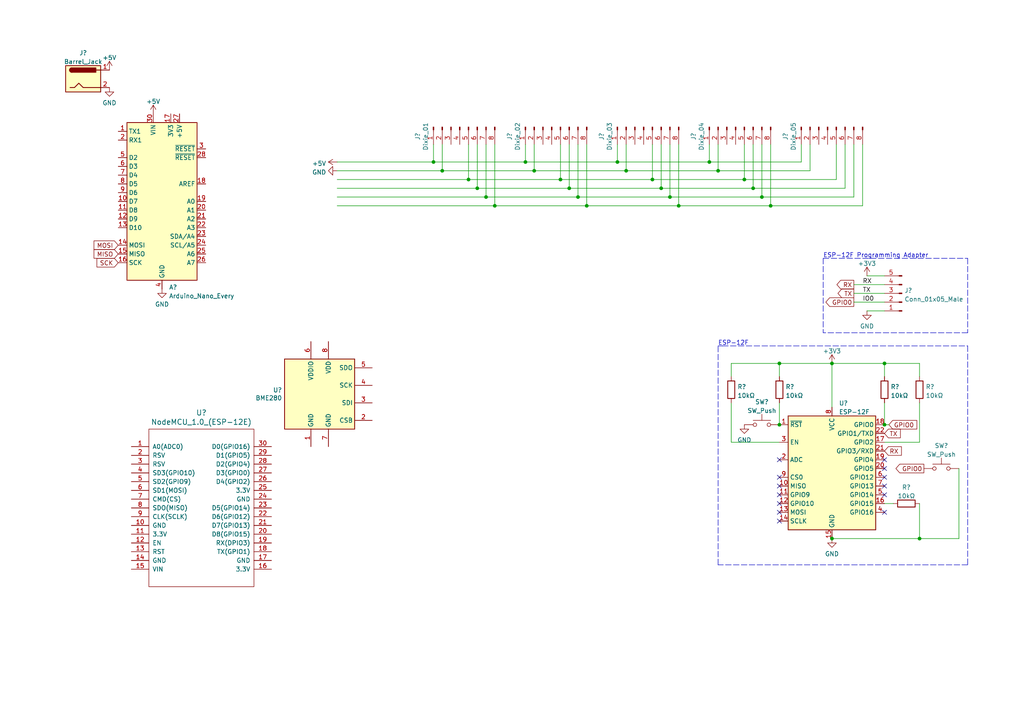
<source format=kicad_sch>
(kicad_sch (version 20211123) (generator eeschema)
  (paper "A4")
  (lib_symbols
    (symbol "Connector:Barrel_Jack" (pin_names (offset 1.016))
      (property "Reference" "J" (at 0 5.334 0))
      (property "Value" "Barrel_Jack" (at 0 -5.08 0))
      (symbol "Barrel_Jack_0_1"
        (rectangle (start -5.08 3.81) (end 5.08 -3.81) (stroke (width 0.254)) (fill (type background)))
        (arc (start -3.302 3.175) (mid -3.937 2.54) (end -3.302 1.905) (stroke (width 0.254)))
        (arc (start -3.302 3.175) (mid -3.937 2.54) (end -3.302 1.905) (stroke (width 0.254)) (fill (type outline)))
        (polyline (pts (xy 5.08 2.54) (xy 3.81 2.54)) (stroke (width 0.254)))
        (polyline (pts (xy -3.81 -2.54) (xy -2.54 -2.54) (xy -1.27 -1.27) (xy 0 -2.54) (xy 2.54 -2.54) (xy 5.08 -2.54)) (stroke (width 0.254)))
        (rectangle (start 3.683 3.175) (end -3.302 1.905) (stroke (width 0.254)) (fill (type outline)))
      )
      (symbol "Barrel_Jack_1_1"
        (pin passive line (at 7.62 2.54 180) (length 2.54) (name "~") (number "1"))
        (pin passive line (at 7.62 -2.54 180) (length 2.54) (name "~") (number "2"))
      )
    )
    (symbol "Connector:Conn_01x05_Male" (pin_names (offset 1.016) hide)
      (property "Reference" "J" (at 0 7.62 0))
      (property "Value" "Conn_01x05_Male" (at 0 -7.62 0))
      (symbol "Conn_01x05_Male_1_1"
        (polyline (pts (xy 1.27 -5.08) (xy 0.8636 -5.08)) (stroke (width 0.1524)))
        (polyline (pts (xy 1.27 -2.54) (xy 0.8636 -2.54)) (stroke (width 0.1524)))
        (polyline (pts (xy 1.27 0) (xy 0.8636 0)) (stroke (width 0.1524)))
        (polyline (pts (xy 1.27 2.54) (xy 0.8636 2.54)) (stroke (width 0.1524)))
        (polyline (pts (xy 1.27 5.08) (xy 0.8636 5.08)) (stroke (width 0.1524)))
        (rectangle (start 0.8636 -4.953) (end 0 -5.207) (stroke (width 0.1524)) (fill (type outline)))
        (rectangle (start 0.8636 -2.413) (end 0 -2.667) (stroke (width 0.1524)) (fill (type outline)))
        (rectangle (start 0.8636 0.127) (end 0 -0.127) (stroke (width 0.1524)) (fill (type outline)))
        (rectangle (start 0.8636 2.667) (end 0 2.413) (stroke (width 0.1524)) (fill (type outline)))
        (rectangle (start 0.8636 5.207) (end 0 4.953) (stroke (width 0.1524)) (fill (type outline)))
        (pin passive line (at 5.08 5.08 180) (length 3.81) (name "Pin_1") (number "1"))
        (pin passive line (at 5.08 2.54 180) (length 3.81) (name "Pin_2") (number "2"))
        (pin passive line (at 5.08 0 180) (length 3.81) (name "Pin_3") (number "3"))
        (pin passive line (at 5.08 -2.54 180) (length 3.81) (name "Pin_4") (number "4"))
        (pin passive line (at 5.08 -5.08 180) (length 3.81) (name "Pin_5") (number "5"))
      )
    )
    (symbol "Connector:Conn_01x08_Male" (pin_names (offset 1.016) hide)
      (property "Reference" "J" (at 0 10.16 0))
      (property "Value" "Conn_01x08_Male" (at 0 -12.7 0))
      (symbol "Conn_01x08_Male_1_1"
        (polyline (pts (xy 1.27 -10.16) (xy 0.8636 -10.16)) (stroke (width 0.1524)))
        (polyline (pts (xy 1.27 -7.62) (xy 0.8636 -7.62)) (stroke (width 0.1524)))
        (polyline (pts (xy 1.27 -5.08) (xy 0.8636 -5.08)) (stroke (width 0.1524)))
        (polyline (pts (xy 1.27 -2.54) (xy 0.8636 -2.54)) (stroke (width 0.1524)))
        (polyline (pts (xy 1.27 0) (xy 0.8636 0)) (stroke (width 0.1524)))
        (polyline (pts (xy 1.27 2.54) (xy 0.8636 2.54)) (stroke (width 0.1524)))
        (polyline (pts (xy 1.27 5.08) (xy 0.8636 5.08)) (stroke (width 0.1524)))
        (polyline (pts (xy 1.27 7.62) (xy 0.8636 7.62)) (stroke (width 0.1524)))
        (rectangle (start 0.8636 -10.033) (end 0 -10.287) (stroke (width 0.1524)) (fill (type outline)))
        (rectangle (start 0.8636 -7.493) (end 0 -7.747) (stroke (width 0.1524)) (fill (type outline)))
        (rectangle (start 0.8636 -4.953) (end 0 -5.207) (stroke (width 0.1524)) (fill (type outline)))
        (rectangle (start 0.8636 -2.413) (end 0 -2.667) (stroke (width 0.1524)) (fill (type outline)))
        (rectangle (start 0.8636 0.127) (end 0 -0.127) (stroke (width 0.1524)) (fill (type outline)))
        (rectangle (start 0.8636 2.667) (end 0 2.413) (stroke (width 0.1524)) (fill (type outline)))
        (rectangle (start 0.8636 5.207) (end 0 4.953) (stroke (width 0.1524)) (fill (type outline)))
        (rectangle (start 0.8636 7.747) (end 0 7.493) (stroke (width 0.1524)) (fill (type outline)))
        (pin passive line (at 5.08 7.62 180) (length 3.81) (name "Pin_1") (number "1"))
        (pin passive line (at 5.08 5.08 180) (length 3.81) (name "Pin_2") (number "2"))
        (pin passive line (at 5.08 2.54 180) (length 3.81) (name "Pin_3") (number "3"))
        (pin passive line (at 5.08 0 180) (length 3.81) (name "Pin_4") (number "4"))
        (pin passive line (at 5.08 -2.54 180) (length 3.81) (name "Pin_5") (number "5"))
        (pin passive line (at 5.08 -5.08 180) (length 3.81) (name "Pin_6") (number "6"))
        (pin passive line (at 5.08 -7.62 180) (length 3.81) (name "Pin_7") (number "7"))
        (pin passive line (at 5.08 -10.16 180) (length 3.81) (name "Pin_8") (number "8"))
      )
    )
    (symbol "Device:R" (pin_numbers hide) (pin_names (offset 0))
      (property "Reference" "R" (at 2.032 0 90))
      (property "Value" "R" (at 0 0 90))
      (symbol "R_0_1"
        (rectangle (start -1.016 -2.54) (end 1.016 2.54) (stroke (width 0.254)))
      )
      (symbol "R_1_1"
        (pin passive line (at 0 3.81 270) (length 1.27) (name "~") (number "1"))
        (pin passive line (at 0 -3.81 90) (length 1.27) (name "~") (number "2"))
      )
    )
    (symbol "Dixie-Uhr-und-Wetterstation-rescue:NodeMCU_1.0_(ESP-12E)-ESP8266" (pin_names (offset 1.016))
      (property "Reference" "U" (at 0 21.59 0))
      (property "Value" "NodeMCU_1.0_(ESP-12E)-ESP8266" (at 0 -21.59 0))
      (symbol "NodeMCU_1.0_(ESP-12E)-ESP8266_0_1"
        (rectangle (start -15.24 -22.86) (end 15.24 22.86))
      )
      (symbol "NodeMCU_1.0_(ESP-12E)-ESP8266_1_1"
        (pin input line (at -20.32 17.78 0) (length 5.08) (name "A0(ADC0)") (number "1"))
        (pin input line (at -20.32 -5.08 0) (length 5.08) (name "GND") (number "10"))
        (pin power_out line (at -20.32 -7.62 0) (length 5.08) (name "3.3V") (number "11"))
        (pin input line (at -20.32 -10.16 0) (length 5.08) (name "EN") (number "12"))
        (pin input line (at -20.32 -12.7 0) (length 5.08) (name "RST") (number "13"))
        (pin power_in line (at -20.32 -15.24 0) (length 5.08) (name "GND") (number "14"))
        (pin power_in line (at -20.32 -17.78 0) (length 5.08) (name "VIN") (number "15"))
        (pin power_out line (at 20.32 -17.78 180) (length 5.08) (name "3.3V") (number "16"))
        (pin power_in line (at 20.32 -15.24 180) (length 5.08) (name "GND") (number "17"))
        (pin bidirectional line (at 20.32 -12.7 180) (length 5.08) (name "TX(GPIO1)") (number "18"))
        (pin bidirectional line (at 20.32 -10.16 180) (length 5.08) (name "RX(DPIO3)") (number "19"))
        (pin input line (at -20.32 15.24 0) (length 5.08) (name "RSV") (number "2"))
        (pin bidirectional line (at 20.32 -7.62 180) (length 5.08) (name "D8(GPIO15)") (number "20"))
        (pin bidirectional line (at 20.32 -5.08 180) (length 5.08) (name "D7(GPIO13)") (number "21"))
        (pin bidirectional line (at 20.32 -2.54 180) (length 5.08) (name "D6(GPIO12)") (number "22"))
        (pin bidirectional line (at 20.32 0 180) (length 5.08) (name "D5(GPIO14)") (number "23"))
        (pin power_in line (at 20.32 2.54 180) (length 5.08) (name "GND") (number "24"))
        (pin power_out line (at 20.32 5.08 180) (length 5.08) (name "3.3V") (number "25"))
        (pin bidirectional line (at 20.32 7.62 180) (length 5.08) (name "D4(GPIO2)") (number "26"))
        (pin bidirectional line (at 20.32 10.16 180) (length 5.08) (name "D3(GPIO0)") (number "27"))
        (pin bidirectional line (at 20.32 12.7 180) (length 5.08) (name "D2(GPIO4)") (number "28"))
        (pin bidirectional line (at 20.32 15.24 180) (length 5.08) (name "D1(GPIO5)") (number "29"))
        (pin input line (at -20.32 12.7 0) (length 5.08) (name "RSV") (number "3"))
        (pin bidirectional line (at 20.32 17.78 180) (length 5.08) (name "D0(GPIO16)") (number "30"))
        (pin bidirectional line (at -20.32 10.16 0) (length 5.08) (name "SD3(GPIO10)") (number "4"))
        (pin bidirectional line (at -20.32 7.62 0) (length 5.08) (name "SD2(GPIO9)") (number "5"))
        (pin bidirectional line (at -20.32 5.08 0) (length 5.08) (name "SD1(MOSI)") (number "6"))
        (pin bidirectional line (at -20.32 2.54 0) (length 5.08) (name "CMD(CS)") (number "7"))
        (pin bidirectional line (at -20.32 0 0) (length 5.08) (name "SDO(MISO)") (number "8"))
        (pin bidirectional line (at -20.32 -2.54 0) (length 5.08) (name "CLK(SCLK)") (number "9"))
      )
    )
    (symbol "MCU_Module:Arduino_Nano_Every"
      (property "Reference" "A" (at -10.16 23.495 0))
      (property "Value" "Arduino_Nano_Every" (at 5.08 -24.13 0))
      (symbol "Arduino_Nano_Every_0_1"
        (rectangle (start -10.16 22.86) (end 10.16 -22.86) (stroke (width 0.254)) (fill (type background)))
      )
      (symbol "Arduino_Nano_Every_1_1"
        (pin bidirectional line (at -12.7 20.32 0) (length 2.54) (name "TX1") (number "1"))
        (pin bidirectional line (at -12.7 0 0) (length 2.54) (name "D7") (number "10"))
        (pin bidirectional line (at -12.7 -2.54 0) (length 2.54) (name "D8") (number "11"))
        (pin bidirectional line (at -12.7 -5.08 0) (length 2.54) (name "D9") (number "12"))
        (pin bidirectional line (at -12.7 -7.62 0) (length 2.54) (name "D10") (number "13"))
        (pin bidirectional line (at -12.7 -12.7 0) (length 2.54) (name "MOSI") (number "14"))
        (pin bidirectional line (at -12.7 -15.24 0) (length 2.54) (name "MISO") (number "15"))
        (pin bidirectional line (at -12.7 -17.78 0) (length 2.54) (name "SCK") (number "16"))
        (pin power_out line (at 2.54 25.4 270) (length 2.54) (name "3V3") (number "17"))
        (pin input line (at 12.7 5.08 180) (length 2.54) (name "AREF") (number "18"))
        (pin bidirectional line (at 12.7 0 180) (length 2.54) (name "A0") (number "19"))
        (pin bidirectional line (at -12.7 17.78 0) (length 2.54) (name "RX1") (number "2"))
        (pin bidirectional line (at 12.7 -2.54 180) (length 2.54) (name "A1") (number "20"))
        (pin bidirectional line (at 12.7 -5.08 180) (length 2.54) (name "A2") (number "21"))
        (pin bidirectional line (at 12.7 -7.62 180) (length 2.54) (name "A3") (number "22"))
        (pin bidirectional line (at 12.7 -10.16 180) (length 2.54) (name "SDA/A4") (number "23"))
        (pin bidirectional line (at 12.7 -12.7 180) (length 2.54) (name "SCL/A5") (number "24"))
        (pin bidirectional line (at 12.7 -15.24 180) (length 2.54) (name "A6") (number "25"))
        (pin bidirectional line (at 12.7 -17.78 180) (length 2.54) (name "A7") (number "26"))
        (pin power_out line (at 5.08 25.4 270) (length 2.54) (name "+5V") (number "27"))
        (pin input line (at 12.7 12.7 180) (length 2.54) (name "~{RESET}") (number "28"))
        (pin passive line (at 0 -25.4 90) (length 2.54) hide (name "GND") (number "29"))
        (pin input line (at 12.7 15.24 180) (length 2.54) (name "~{RESET}") (number "3"))
        (pin power_in line (at -2.54 25.4 270) (length 2.54) (name "VIN") (number "30"))
        (pin power_in line (at 0 -25.4 90) (length 2.54) (name "GND") (number "4"))
        (pin bidirectional line (at -12.7 12.7 0) (length 2.54) (name "D2") (number "5"))
        (pin bidirectional line (at -12.7 10.16 0) (length 2.54) (name "D3") (number "6"))
        (pin bidirectional line (at -12.7 7.62 0) (length 2.54) (name "D4") (number "7"))
        (pin bidirectional line (at -12.7 5.08 0) (length 2.54) (name "D5") (number "8"))
        (pin bidirectional line (at -12.7 2.54 0) (length 2.54) (name "D6") (number "9"))
      )
    )
    (symbol "RF_Module:ESP-12F"
      (property "Reference" "U" (at -12.7 19.05 0))
      (property "Value" "ESP-12F" (at 12.7 19.05 0))
      (symbol "ESP-12F_0_1"
        (rectangle (start -12.7 17.78) (end 12.7 -15.24) (stroke (width 0.254)) (fill (type background)))
      )
      (symbol "ESP-12F_1_1"
        (pin input line (at -15.24 15.24 0) (length 2.54) (name "~{RST}") (number "1"))
        (pin bidirectional line (at -15.24 -2.54 0) (length 2.54) (name "MISO") (number "10"))
        (pin bidirectional line (at -15.24 -5.08 0) (length 2.54) (name "GPIO9") (number "11"))
        (pin bidirectional line (at -15.24 -7.62 0) (length 2.54) (name "GPIO10") (number "12"))
        (pin bidirectional line (at -15.24 -10.16 0) (length 2.54) (name "MOSI") (number "13"))
        (pin bidirectional line (at -15.24 -12.7 0) (length 2.54) (name "SCLK") (number "14"))
        (pin power_in line (at 0 -17.78 90) (length 2.54) (name "GND") (number "15"))
        (pin bidirectional line (at 15.24 -7.62 180) (length 2.54) (name "GPIO15") (number "16"))
        (pin bidirectional line (at 15.24 10.16 180) (length 2.54) (name "GPIO2") (number "17"))
        (pin bidirectional line (at 15.24 15.24 180) (length 2.54) (name "GPIO0") (number "18"))
        (pin bidirectional line (at 15.24 5.08 180) (length 2.54) (name "GPIO4") (number "19"))
        (pin input line (at -15.24 5.08 0) (length 2.54) (name "ADC") (number "2"))
        (pin bidirectional line (at 15.24 2.54 180) (length 2.54) (name "GPIO5") (number "20"))
        (pin bidirectional line (at 15.24 7.62 180) (length 2.54) (name "GPIO3/RXD") (number "21"))
        (pin bidirectional line (at 15.24 12.7 180) (length 2.54) (name "GPIO1/TXD") (number "22"))
        (pin input line (at -15.24 10.16 0) (length 2.54) (name "EN") (number "3"))
        (pin bidirectional line (at 15.24 -10.16 180) (length 2.54) (name "GPIO16") (number "4"))
        (pin bidirectional line (at 15.24 -5.08 180) (length 2.54) (name "GPIO14") (number "5"))
        (pin bidirectional line (at 15.24 0 180) (length 2.54) (name "GPIO12") (number "6"))
        (pin bidirectional line (at 15.24 -2.54 180) (length 2.54) (name "GPIO13") (number "7"))
        (pin power_in line (at 0 20.32 270) (length 2.54) (name "VCC") (number "8"))
        (pin input line (at -15.24 0 0) (length 2.54) (name "CS0") (number "9"))
      )
    )
    (symbol "Sensor:BME280"
      (property "Reference" "U" (at -8.89 11.43 0))
      (property "Value" "BME280" (at 7.62 11.43 0))
      (symbol "BME280_0_1"
        (rectangle (start -10.16 10.16) (end 10.16 -10.16) (stroke (width 0.254)) (fill (type background)))
      )
      (symbol "BME280_1_1"
        (pin power_in line (at -2.54 -15.24 90) (length 5.08) (name "GND") (number "1"))
        (pin input line (at 15.24 -7.62 180) (length 5.08) (name "CSB") (number "2"))
        (pin bidirectional line (at 15.24 -2.54 180) (length 5.08) (name "SDI") (number "3"))
        (pin input line (at 15.24 2.54 180) (length 5.08) (name "SCK") (number "4"))
        (pin bidirectional line (at 15.24 7.62 180) (length 5.08) (name "SDO") (number "5"))
        (pin power_in line (at -2.54 15.24 270) (length 5.08) (name "VDDIO") (number "6"))
        (pin power_in line (at 2.54 -15.24 90) (length 5.08) (name "GND") (number "7"))
        (pin power_in line (at 2.54 15.24 270) (length 5.08) (name "VDD") (number "8"))
      )
    )
    (symbol "Switch:SW_Push" (pin_numbers hide) (pin_names (offset 1.016) hide)
      (property "Reference" "SW" (at 1.27 2.54 0))
      (property "Value" "SW_Push" (at 0 -1.524 0))
      (symbol "SW_Push_0_1"
        (circle (center -2.032 0) (radius 0.508))
        (polyline (pts (xy 0 1.27) (xy 0 3.048)))
        (polyline (pts (xy 2.54 1.27) (xy -2.54 1.27)))
        (circle (center 2.032 0) (radius 0.508))
        (pin passive line (at -5.08 0 0) (length 2.54) (name "1") (number "1"))
        (pin passive line (at 5.08 0 180) (length 2.54) (name "2") (number "2"))
      )
    )
    (symbol "power:+3.3V" (power) (pin_names (offset 0))
      (property "Value" "+3.3V" (at 0 3.556 0))
      (symbol "+3.3V_0_1"
        (polyline (pts (xy -0.762 1.27) (xy 0 2.54)))
        (polyline (pts (xy 0 0) (xy 0 2.54)))
        (polyline (pts (xy 0 2.54) (xy 0.762 1.27)))
      )
      (symbol "+3.3V_1_1"
        (pin power_in line (at 0 0 90) (length 0) hide (name "+3V3") (number "1"))
      )
    )
    (symbol "power:+5V" (power) (pin_names (offset 0))
      (property "Value" "+5V" (at 0 3.556 0))
      (symbol "+5V_0_1"
        (polyline (pts (xy -0.762 1.27) (xy 0 2.54)))
        (polyline (pts (xy 0 0) (xy 0 2.54)))
        (polyline (pts (xy 0 2.54) (xy 0.762 1.27)))
      )
      (symbol "+5V_1_1"
        (pin power_in line (at 0 0 90) (length 0) hide (name "+5V") (number "1"))
      )
    )
    (symbol "power:GND" (power) (pin_names (offset 0))
      (property "Value" "GND" (at 0 -3.81 0))
      (symbol "GND_0_1"
        (polyline (pts (xy 0 0) (xy 0 -1.27) (xy 1.27 -1.27) (xy 0 -2.54) (xy -1.27 -1.27) (xy 0 -1.27)))
      )
      (symbol "GND_1_1"
        (pin power_in line (at 0 0 270) (length 0) hide (name "GND") (number "1"))
      )
    )
  )
  (junction (at 205.74 46.99))
  (junction (at 179.07 46.99))
  (junction (at 208.28 49.53))
  (junction (at 128.27 49.53))
  (junction (at 226.06 105.41))
  (junction (at 162.56 52.07))
  (junction (at 138.43 54.61))
  (junction (at 165.1 54.61))
  (junction (at 167.64 57.15))
  (junction (at 218.44 54.61))
  (junction (at 196.85 59.69))
  (junction (at 220.98 57.15))
  (junction (at 266.7 156.21))
  (junction (at 125.73 46.99))
  (junction (at 194.31 57.15))
  (junction (at 241.3 105.41))
  (junction (at 241.3 156.21))
  (junction (at 152.4 46.99))
  (junction (at 154.94 49.53))
  (junction (at 189.23 52.07))
  (junction (at 215.9 52.07))
  (junction (at 256.54 105.41))
  (junction (at 140.97 57.15))
  (junction (at 256.54 123.19))
  (junction (at 223.52 59.69))
  (junction (at 181.61 49.53))
  (junction (at 170.18 59.69))
  (junction (at 143.51 59.69))
  (junction (at 191.77 54.61))
  (junction (at 135.89 52.07))
  (junction (at 226.06 123.19))
  (no_connect (at 256.54 143.51))
  (no_connect (at 226.06 151.13))
  (no_connect (at 256.54 133.35))
  (no_connect (at 226.06 133.35))
  (no_connect (at 256.54 148.59))
  (no_connect (at 226.06 148.59))
  (no_connect (at 226.06 138.43))
  (no_connect (at 226.06 146.05))
  (no_connect (at 256.54 138.43))
  (no_connect (at 226.06 143.51))
  (no_connect (at 256.54 135.89))
  (no_connect (at 256.54 140.97))
  (no_connect (at 226.06 140.97))
  (wire (pts (xy 189.23 41.91) (xy 189.23 52.07)))
  (wire (pts (xy 234.95 41.91) (xy 234.95 49.53)))
  (wire (pts (xy 266.7 146.05) (xy 266.7 156.21)))
  (wire (pts (xy 191.77 54.61) (xy 218.44 54.61)))
  (wire (pts (xy 208.28 49.53) (xy 234.95 49.53)))
  (wire (pts (xy 223.52 41.91) (xy 223.52 59.69)))
  (wire (pts (xy 256.54 128.27) (xy 266.7 128.27)))
  (wire (pts (xy 256.54 123.19) (xy 257.81 123.19)))
  (wire (pts (xy 220.98 41.91) (xy 220.98 57.15)))
  (wire (pts (xy 97.79 46.99) (xy 125.73 46.99)))
  (wire (pts (xy 143.51 59.69) (xy 170.18 59.69)))
  (wire (pts (xy 247.65 87.63) (xy 256.54 87.63)))
  (polyline (pts (xy 238.76 74.93) (xy 280.67 74.93)))
  (polyline (pts (xy 208.28 100.33) (xy 209.55 100.33)))
  (wire (pts (xy 162.56 52.07) (xy 189.23 52.07)))
  (wire (pts (xy 154.94 49.53) (xy 181.61 49.53)))
  (wire (pts (xy 241.3 105.41) (xy 241.3 118.11)))
  (wire (pts (xy 138.43 41.91) (xy 138.43 54.61)))
  (wire (pts (xy 152.4 41.91) (xy 152.4 46.99)))
  (wire (pts (xy 97.79 57.15) (xy 140.97 57.15)))
  (wire (pts (xy 170.18 41.91) (xy 170.18 59.69)))
  (wire (pts (xy 135.89 41.91) (xy 135.89 52.07)))
  (wire (pts (xy 125.73 41.91) (xy 125.73 46.99)))
  (wire (pts (xy 226.06 105.41) (xy 241.3 105.41)))
  (wire (pts (xy 194.31 57.15) (xy 220.98 57.15)))
  (wire (pts (xy 205.74 41.91) (xy 205.74 46.99)))
  (wire (pts (xy 256.54 116.84) (xy 256.54 123.19)))
  (wire (pts (xy 242.57 41.91) (xy 242.57 52.07)))
  (wire (pts (xy 167.64 41.91) (xy 167.64 57.15)))
  (wire (pts (xy 212.09 128.27) (xy 226.06 128.27)))
  (wire (pts (xy 212.09 105.41) (xy 226.06 105.41)))
  (wire (pts (xy 165.1 41.91) (xy 165.1 54.61)))
  (wire (pts (xy 256.54 146.05) (xy 259.08 146.05)))
  (wire (pts (xy 181.61 41.91) (xy 181.61 49.53)))
  (wire (pts (xy 241.3 156.21) (xy 266.7 156.21)))
  (wire (pts (xy 256.54 90.17) (xy 251.46 90.17)))
  (wire (pts (xy 215.9 52.07) (xy 242.57 52.07)))
  (wire (pts (xy 266.7 105.41) (xy 266.7 109.22)))
  (wire (pts (xy 266.7 116.84) (xy 266.7 128.27)))
  (wire (pts (xy 218.44 41.91) (xy 218.44 54.61)))
  (wire (pts (xy 247.65 41.91) (xy 247.65 57.15)))
  (wire (pts (xy 212.09 105.41) (xy 212.09 109.22)))
  (wire (pts (xy 179.07 41.91) (xy 179.07 46.99)))
  (wire (pts (xy 226.06 105.41) (xy 226.06 109.22)))
  (wire (pts (xy 212.09 116.84) (xy 212.09 128.27)))
  (wire (pts (xy 125.73 46.99) (xy 152.4 46.99)))
  (wire (pts (xy 218.44 54.61) (xy 245.11 54.61)))
  (wire (pts (xy 247.65 85.09) (xy 256.54 85.09)))
  (wire (pts (xy 208.28 41.91) (xy 208.28 49.53)))
  (polyline (pts (xy 280.67 163.83) (xy 208.28 163.83)))
  (wire (pts (xy 241.3 105.41) (xy 256.54 105.41)))
  (wire (pts (xy 154.94 41.91) (xy 154.94 49.53)))
  (wire (pts (xy 162.56 41.91) (xy 162.56 52.07)))
  (wire (pts (xy 128.27 41.91) (xy 128.27 49.53)))
  (wire (pts (xy 226.06 116.84) (xy 226.06 123.19)))
  (polyline (pts (xy 280.67 100.33) (xy 280.67 163.83)))
  (polyline (pts (xy 238.76 74.93) (xy 238.76 96.52)))
  (wire (pts (xy 97.79 52.07) (xy 135.89 52.07)))
  (wire (pts (xy 143.51 41.91) (xy 143.51 59.69)))
  (wire (pts (xy 196.85 41.91) (xy 196.85 59.69)))
  (wire (pts (xy 179.07 46.99) (xy 205.74 46.99)))
  (polyline (pts (xy 208.28 163.83) (xy 208.28 100.33)))
  (wire (pts (xy 181.61 49.53) (xy 208.28 49.53)))
  (wire (pts (xy 140.97 57.15) (xy 167.64 57.15)))
  (wire (pts (xy 165.1 54.61) (xy 191.77 54.61)))
  (wire (pts (xy 191.77 41.91) (xy 191.77 54.61)))
  (wire (pts (xy 97.79 54.61) (xy 138.43 54.61)))
  (polyline (pts (xy 280.67 96.52) (xy 238.76 96.52)))
  (wire (pts (xy 196.85 59.69) (xy 223.52 59.69)))
  (wire (pts (xy 215.9 41.91) (xy 215.9 52.07)))
  (wire (pts (xy 194.31 41.91) (xy 194.31 57.15)))
  (wire (pts (xy 256.54 105.41) (xy 256.54 109.22)))
  (wire (pts (xy 232.41 41.91) (xy 232.41 46.99)))
  (wire (pts (xy 223.52 59.69) (xy 250.19 59.69)))
  (wire (pts (xy 220.98 57.15) (xy 247.65 57.15)))
  (wire (pts (xy 152.4 46.99) (xy 179.07 46.99)))
  (polyline (pts (xy 209.55 100.33) (xy 280.67 100.33)))
  (wire (pts (xy 97.79 49.53) (xy 128.27 49.53)))
  (wire (pts (xy 140.97 41.91) (xy 140.97 57.15)))
  (wire (pts (xy 167.64 57.15) (xy 194.31 57.15)))
  (wire (pts (xy 189.23 52.07) (xy 215.9 52.07)))
  (wire (pts (xy 138.43 54.61) (xy 165.1 54.61)))
  (polyline (pts (xy 280.67 74.93) (xy 280.67 96.52)))
  (wire (pts (xy 247.65 82.55) (xy 256.54 82.55)))
  (wire (pts (xy 250.19 41.91) (xy 250.19 59.69)))
  (wire (pts (xy 245.11 41.91) (xy 245.11 54.61)))
  (wire (pts (xy 128.27 49.53) (xy 154.94 49.53)))
  (wire (pts (xy 278.13 135.89) (xy 278.13 156.21)))
  (wire (pts (xy 266.7 156.21) (xy 278.13 156.21)))
  (wire (pts (xy 97.79 59.69) (xy 143.51 59.69)))
  (wire (pts (xy 251.46 80.01) (xy 256.54 80.01)))
  (wire (pts (xy 135.89 52.07) (xy 162.56 52.07)))
  (wire (pts (xy 170.18 59.69) (xy 196.85 59.69)))
  (wire (pts (xy 205.74 46.99) (xy 232.41 46.99)))
  (wire (pts (xy 256.54 105.41) (xy 266.7 105.41)))
  (text "ESP-12F Programming Adapter" (at 238.76 74.93 0) (effects (font (size 1.27 1.27)) (justify left bottom)))
  (text "ESP-12F" (at 208.28 100.33 0) (effects (font (size 1.27 1.27)) (justify left bottom)))
  (label "TX" (at 250.19 85.09 0))
  (label "IO0" (at 250.19 87.63 0))
  (label "RX" (at 250.19 82.55 0))
  (global_label "SCK" (shape input) (at 34.29 76.2 180) (property "Intersheet References" "${INTERSHEET_REFS}" (effects hide)))
  (global_label "MOSI" (shape input) (at 34.29 71.12 180) (property "Intersheet References" "${INTERSHEET_REFS}" (effects hide)))
  (global_label "GPIO0" (shape output) (at 267.97 135.89 180) (property "Intersheet References" "${INTERSHEET_REFS}" (effects hide)))
  (global_label "MISO" (shape input) (at 34.29 73.66 180) (property "Intersheet References" "${INTERSHEET_REFS}" (effects hide)))
  (global_label "TX" (shape input) (at 256.54 125.73 0) (property "Intersheet References" "${INTERSHEET_REFS}" (effects hide)))
  (global_label "RX" (shape input) (at 256.54 130.81 0) (property "Intersheet References" "${INTERSHEET_REFS}" (effects hide)))
  (global_label "RX" (shape output) (at 247.65 82.55 180) (property "Intersheet References" "${INTERSHEET_REFS}" (effects hide)))
  (global_label "GPIO0" (shape output) (at 247.65 87.63 180) (property "Intersheet References" "${INTERSHEET_REFS}" (effects hide)))
  (global_label "GPIO0" (shape input) (at 257.81 123.19 0) (property "Intersheet References" "${INTERSHEET_REFS}" (effects hide)))
  (global_label "TX" (shape output) (at 247.65 85.09 180) (property "Intersheet References" "${INTERSHEET_REFS}" (effects hide)))
  (symbol (lib_id "Connector:Conn_01x08_Male") (at 133.35 36.83 90) (mirror x) (unit 1)
    (property "Reference" "J?" (at 121.1326 39.5732 0))
    (property "Value" "Dixie_01" (at 123.444 39.5732 0))
  )
  (symbol (lib_id "Connector:Conn_01x08_Male") (at 160.02 36.83 90) (mirror x) (unit 1)
    (property "Reference" "J?" (at 147.8026 39.5732 0))
    (property "Value" "Dixie_02" (at 150.114 39.5732 0))
  )
  (symbol (lib_id "Dixie-Uhr-und-Wetterstation-rescue:NodeMCU_1.0_(ESP-12E)-ESP8266") (at 58.42 147.32 0) (unit 1)
    (property "Reference" "U?" (at 58.42 119.7102 0) (effects (font (size 1.524 1.524))))
    (property "Value" "NodeMCU_1.0_(ESP-12E)" (at 58.42 122.4026 0) (effects (font (size 1.524 1.524))))
  )
  (symbol (lib_id "Connector:Conn_01x08_Male") (at 186.69 36.83 90) (mirror x) (unit 1)
    (property "Reference" "J?" (at 174.4726 39.5732 0))
    (property "Value" "Dixie_03" (at 176.784 39.5732 0))
  )
  (symbol (lib_id "Connector:Conn_01x08_Male") (at 213.36 36.83 90) (mirror x) (unit 1)
    (property "Reference" "J?" (at 201.1426 39.5732 0))
    (property "Value" "Dixie_04" (at 203.454 39.5732 0))
  )
  (symbol (lib_id "Connector:Conn_01x08_Male") (at 240.03 36.83 90) (mirror x) (unit 1)
    (property "Reference" "J?" (at 227.8126 39.5732 0))
    (property "Value" "Dixie_05" (at 230.124 39.5732 0))
  )
  (symbol (lib_id "Sensor:BME280") (at 92.71 114.3 0) (unit 1)
    (property "Reference" "U?" (at 81.8134 113.1316 0) (effects (justify right)))
    (property "Value" "BME280" (at 81.8134 115.443 0) (effects (justify right)))
    (property "Footprint" "Package_LGA:Bosch_LGA-8_2.5x2.5mm_P0.65mm_ClockwisePinNumbering" (effects hide))
    (property "Datasheet" "https://ae-bst.resource.bosch.com/media/_tech/media/datasheets/BST-BME280-DS002.pdf" (effects hide))
  )
  (symbol (lib_id "Switch:SW_Push") (at 273.05 135.89 0) (unit 1)
    (property "Reference" "SW?" (at 273.05 129.2692 0))
    (property "Value" "SW_Push" (at 273.05 131.8061 0))
    (property "Footprint" "Button_Switch_THT:SW_PUSH_6mm" (effects hide))
  )
  (symbol (lib_id "Device:R") (at 256.54 113.03 0) (unit 1)
    (property "Reference" "R?" (at 258.318 112.1953 0) (effects (justify left)))
    (property "Value" "10kΩ" (at 258.318 114.7322 0) (effects (justify left)))
    (property "Footprint" "Resistor_THT:R_Axial_DIN0309_L9.0mm_D3.2mm_P15.24mm_Horizontal" (effects hide))
  )
  (symbol (lib_id "power:GND") (at 97.79 49.53 270) (unit 1)
    (property "Reference" "#PWR?" (effects hide))
    (property "Value" "GND" (at 94.6151 49.9638 90) (effects (justify right)))
  )
  (symbol (lib_id "power:GND") (at 31.75 25.4 0) (unit 1)
    (property "Reference" "#PWR?" (effects hide))
    (property "Value" "GND" (at 31.75 29.8434 0))
  )
  (symbol (lib_id "power:GND") (at 251.46 90.17 0) (unit 1)
    (property "Reference" "#PWR?" (effects hide))
    (property "Value" "GND" (at 251.46 94.6134 0))
  )
  (symbol (lib_id "Connector:Conn_01x05_Male") (at 261.62 85.09 180) (unit 1)
    (property "Reference" "J?" (at 262.3312 84.2553 0) (effects (justify right)))
    (property "Value" "Conn_01x05_Male" (at 262.3312 86.7922 0) (effects (justify right)))
    (property "Footprint" "Connector_PinHeader_2.54mm:PinHeader_1x05_P2.54mm_Vertical" (effects hide))
  )
  (symbol (lib_id "power:+3.3V") (at 251.46 80.01 0) (unit 1)
    (property "Reference" "#PWR?" (effects hide))
    (property "Value" "+3.3V" (at 251.46 76.4342 0))
  )
  (symbol (lib_id "power:+5V") (at 44.45 33.02 0) (unit 1)
    (property "Reference" "#PWR?" (effects hide))
    (property "Value" "+5V" (at 44.45 29.4442 0))
  )
  (symbol (lib_id "power:+5V") (at 31.75 20.32 0) (unit 1)
    (property "Reference" "#PWR?" (effects hide))
    (property "Value" "+5V" (at 31.75 16.7442 0))
  )
  (symbol (lib_id "Device:R") (at 266.7 113.03 0) (unit 1)
    (property "Reference" "R?" (at 268.478 112.1953 0) (effects (justify left)))
    (property "Value" "10kΩ" (at 268.478 114.7322 0) (effects (justify left)))
    (property "Footprint" "Resistor_THT:R_Axial_DIN0309_L9.0mm_D3.2mm_P15.24mm_Horizontal" (effects hide))
  )
  (symbol (lib_id "MCU_Module:Arduino_Nano_Every") (at 46.99 58.42 0) (unit 1)
    (property "Reference" "A?" (at 49.0094 83.3104 0) (effects (justify left)))
    (property "Value" "Arduino_Nano_Every" (at 49.0094 85.8473 0) (effects (justify left)))
    (property "Footprint" "Module:Arduino_Nano" (effects hide))
    (property "Datasheet" "https://content.arduino.cc/assets/NANOEveryV3.0_sch.pdf" (effects hide))
  )
  (symbol (lib_id "power:GND") (at 215.9 123.19 0) (unit 1)
    (property "Reference" "#PWR?" (effects hide))
    (property "Value" "GND" (at 215.9 127.6334 0))
  )
  (symbol (lib_id "Switch:SW_Push") (at 220.98 123.19 0) (unit 1)
    (property "Reference" "SW?" (at 220.98 116.5692 0))
    (property "Value" "SW_Push" (at 220.98 119.1061 0))
    (property "Footprint" "Button_Switch_THT:SW_PUSH_6mm" (effects hide))
  )
  (symbol (lib_id "power:GND") (at 241.3 156.21 0) (unit 1)
    (property "Reference" "#PWR?" (effects hide))
    (property "Value" "GND" (at 241.3 160.6534 0))
  )
  (symbol (lib_id "power:+5V") (at 97.79 46.99 90) (unit 1)
    (property "Reference" "#PWR?" (effects hide))
    (property "Value" "+5V" (at 94.6151 47.4238 90) (effects (justify left)))
  )
  (symbol (lib_id "power:GND") (at 46.99 83.82 0) (unit 1)
    (property "Reference" "#PWR?" (effects hide))
    (property "Value" "GND" (at 46.99 88.2634 0))
  )
  (symbol (lib_id "power:+3.3V") (at 241.3 105.41 0) (unit 1)
    (property "Reference" "#PWR?" (effects hide))
    (property "Value" "+3.3V" (at 241.3 101.8342 0))
  )
  (symbol (lib_id "Device:R") (at 262.89 146.05 270) (unit 1)
    (property "Reference" "R?" (at 262.89 141.3342 90))
    (property "Value" "10kΩ" (at 262.89 143.8711 90))
    (property "Footprint" "Resistor_THT:R_Axial_DIN0309_L9.0mm_D3.2mm_P15.24mm_Horizontal" (effects hide))
  )
  (symbol (lib_id "Device:R") (at 212.09 113.03 0) (unit 1)
    (property "Reference" "R?" (at 213.868 112.1953 0) (effects (justify left)))
    (property "Value" "10kΩ" (at 213.868 114.7322 0) (effects (justify left)))
    (property "Footprint" "Resistor_THT:R_Axial_DIN0309_L9.0mm_D3.2mm_P15.24mm_Horizontal" (effects hide))
  )
  (symbol (lib_id "RF_Module:ESP-12F") (at 241.3 138.43 0) (unit 1)
    (property "Reference" "U?" (at 243.3194 116.9502 0) (effects (justify left)))
    (property "Value" "ESP-12F" (at 243.3194 119.4871 0) (effects (justify left)))
    (property "Footprint" "RF_Module:ESP-12E" (effects hide))
    (property "Datasheet" "http://wiki.ai-thinker.com/_media/esp8266/esp8266_series_modules_user_manual_v1.1.pdf" (effects hide))
  )
  (symbol (lib_id "Device:R") (at 226.06 113.03 0) (unit 1)
    (property "Reference" "R?" (at 227.838 112.1953 0) (effects (justify left)))
    (property "Value" "10kΩ" (at 227.838 114.7322 0) (effects (justify left)))
    (property "Footprint" "Resistor_THT:R_Axial_DIN0309_L9.0mm_D3.2mm_P15.24mm_Horizontal" (effects hide))
  )
  (symbol (lib_id "Connector:Barrel_Jack") (at 24.13 22.86 0) (unit 1)
    (property "Reference" "J?" (at 24.13 15.3502 0))
    (property "Value" "Barrel_Jack" (at 24.13 17.8871 0))
  )
)
</source>
